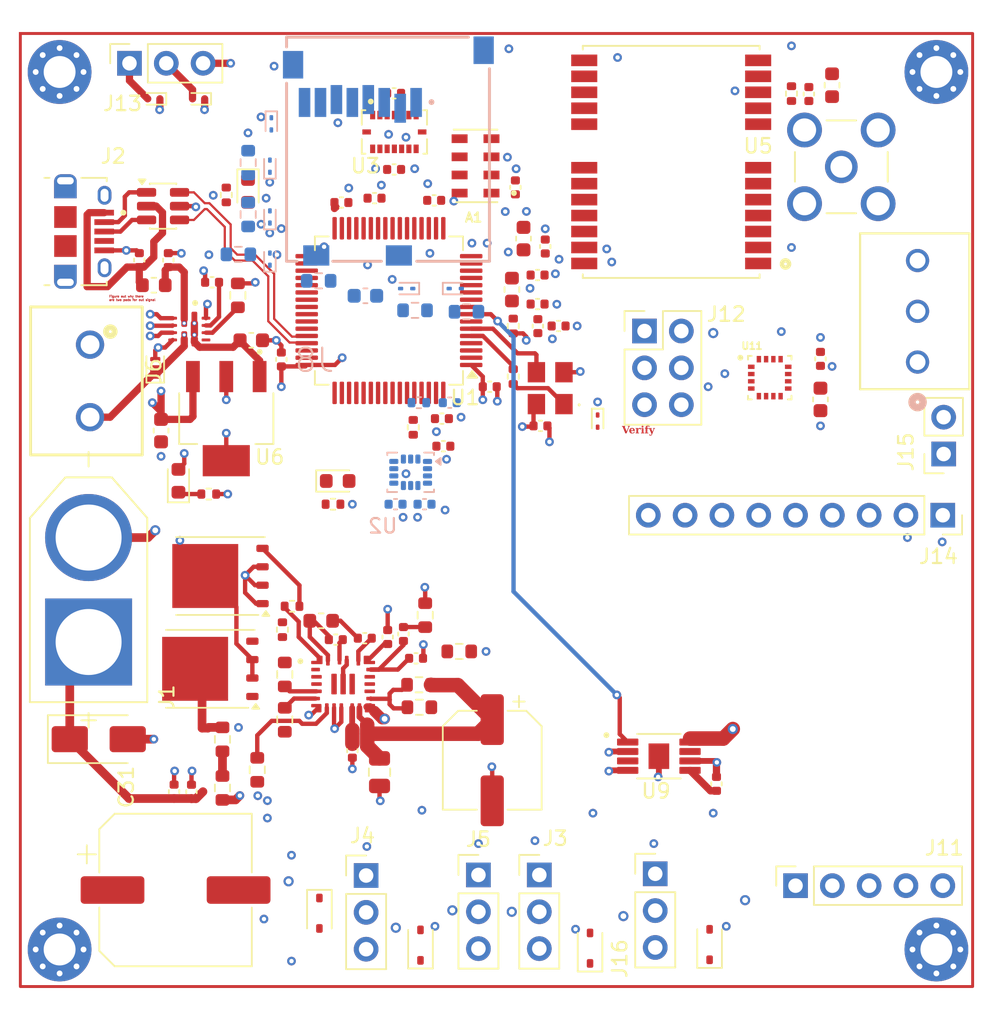
<source format=kicad_pcb>
(kicad_pcb (version 20241229) (generator "pcbnew") (generator_version "9.0")
  (layers (0 "F.Cu" signal) (4 "In1.Cu" power) (6 "In2.Cu" power) (2 "B.Cu" signal) (13 "F.Paste" user) (15 "B.Paste" user) (5 "F.SilkS" user "F.Silkscreen") (7 "B.SilkS" user "B.Silkscreen") (1 "F.Mask" user) (3 "B.Mask" user) (25 "Edge.Cuts" user))
  (net 0 "")
  (net 1 "/SPI2_MOSI")
  (net 2 "GND")
  (net 3 "/SPI2_MISO")
  (net 4 "/SPI2_SCK")
  (net 5 "/SPI2_CS")
  (net 6 "+3.3V")
  (net 8 "Net-(U1-VCAP_1)")
  (net 9 "Net-(C19-Pad1)")
  (net 10 "+VBUS")
  (net 11 "Net-(U10-SS)")
  (net 12 "Net-(C25-Pad2)")
  (net 13 "Net-(U7-COMP)")
  (net 14 "Net-(U7-VCC)")
  (net 15 "+8.2V")
  (net 16 "/VIN_7.4V")
  (net 17 "/SWR_BOOT1")
  (net 18 "Net-(U7-SW2)")
  (net 19 "/SWR_BOOT2")
  (net 20 "Net-(U9-DELAY)")
  (net 21 "Net-(U11-CAP)")
  (net 22 "/SDIO_D0")
  (net 23 "/SDIO_D1")
  (net 24 "/SDIO_D2")
  (net 25 "/SDIO_D3")
  (net 26 "/SDIO_CMD")
  (net 27 "/SDIO_CK")
  (net 28 "/PWM_TIM3_CH1")
  (net 29 "/Servo +8.2V")
  (net 30 "/PWM_TIM3_CH2")
  (net 31 "/PWM_TIM3_CH3")
  (net 32 "/PWM_TIM3_CH4")
  (net 33 "/PWR_LED_K")
  (net 34 "/GP_LED")
  (net 35 "/RX_LED")
  (net 36 "/USART1_RX")
  (net 37 "Net-(J2-D+)")
  (net 39 "Net-(J2-D-)")
  (net 40 "/GPIO_1")
  (net 41 "/GPIO_2")
  (net 42 "/SDIO_NCD")
  (net 43 "/RF_IN")
  (net 44 "/CAN2_TX")
  (net 45 "/CAN_INT")
  (net 46 "/CAN2_RX")
  (net 47 "/SYS_SWCLK")
  (net 48 "/SYS_SWDIO")
  (net 49 "/RADIO_D4")
  (net 50 "/RADIO_D0")
  (net 51 "/SPI1_CS_2")
  (net 52 "/RADIO_RST")
  (net 53 "/RADIO_D5")
  (net 54 "/SPI1_SCK")
  (net 55 "/SPI1_MOSI")
  (net 56 "/SPI1_MISO")
  (net 57 "Net-(Q1-G)")
  (net 58 "Net-(Q2-G)")
  (net 59 "/MCU_OSC_IN")
  (net 60 "/XTAL_IN")
  (net 61 "/I2C1_SDA")
  (net 62 "/I2C1_SCL")
  (net 63 "Net-(U10-ILIM)")
  (net 64 "Net-(U7-FSW)")
  (net 65 "Net-(U7-ILIM)")
  (net 66 "/SWR_FB")
  (net 67 "/SWR_EN")
  (net 68 "Net-(U7-DR1H)")
  (net 69 "Net-(U7-DR1L)")
  (net 70 "Net-(U7-~{CC})")
  (net 71 "Net-(U7-PG)")
  (net 72 "/GPIO_EXTI1")
  (net 73 "/GNSS_GPIO")
  (net 74 "/USB_D_N")
  (net 75 "/SPI2_CS_2")
  (net 76 "/SPI1_CS")
  (net 77 "/GPIO_EXTI3")
  (net 78 "/USB_D_P")
  (net 79 "/GPIO_EXTI0")
  (net 80 "/MCU_OSC_OUT")
  (net 81 "/GPIO_EXTI2")
  (net 82 "/SPI1_CS_3")
  (net 83 "/Servo_HS_Sw")
  (net 93 "Net-(U6-IN)")
  (net 117 "+VBUSF")
  (net 118 "/USART1_TX")
  (net 119 "/RX_LED_GP")
  (net 120 "/GP_LED_IO")
  (net 121 "/VCC_RF")
  (net 122 "/MCU_NRST")
  (net 123 "/MCU_BOOT0")
  (net 128 "+3.3VA")
  (net 129 "/Batt_out")
  (net 130 "/SWR_SW1")
  (net 134 "/RADIO_EN")
  (footprint "Capacitor_SMD:C_0402_1005Metric" (layer "F.Cu") (at 65.5 80.77 90)
    (property "Reference" "C23" (hide yes))
    (property "Value" "2u2")
  )
  (footprint "MountingHole:MountingHole_2.2mm_M2_Pad_Via" (layer "F.Cu") (at 118.5 67.8)
    (property "Reference" "MH4" (hide yes))
    (property "Value" "M2")
  )
  (footprint "Capacitor_SMD:C_0603_1608Metric" (layer "F.Cu") (at 65 92.525 -90)
    (property "Reference" "C40" (hide yes))
    (property "Value" "10u")
  )
  (footprint "Diode_SMD:D_SOD-323" (layer "F.Cu") (at 82.9 128 90)
    (property "Reference" "D12" (hide yes))
    (property "Value" "SD05_SOD323")
  )
  (footprint "Resistor_SMD:R_0402_1005Metric" (layer "F.Cu") (at 89.3 88.8 -90)
    (property "Reference" "R1" (hide yes))
    (property "Value" "1k")
  )
  (footprint "Resistor_SMD:R_0603_1608Metric" (layer "F.Cu") (at 82.825 111.6)
    (property "Reference" "R18" (hide yes))
    (property "Value" "16k")
  )
  (footprint "Connector_PinHeader_2.54mm:PinHeader_1x03_P2.54mm_Vertical" (layer "F.Cu") (at 86.9 123.16)
    (property "Reference" "J5")
    (property "Value" "Conn_01x03_Pin")
  )
  (footprint "Capacitor_SMD:C_0402_1005Metric" (layer "F.Cu") (at 81.725 106.55 90)
    (property "Reference" "C25" (hide yes))
    (property "Value" "2.2n")
  )
  (footprint "Connector_PinHeader_2.54mm:PinHeader_1x03_P2.54mm_Vertical" (layer "F.Cu") (at 79.15 123.2)
    (property "Reference" "J4")
    (property "Value" "Conn_01x03_Pin")
  )
  (footprint "Capacitor_SMD:C_0402_1005Metric" (layer "F.Cu") (at 80.6375 106.7575 90)
    (property "Reference" "C27" (hide yes))
    (property "Value" "4.7u")
  )
  (footprint "Resistor_SMD:R_0603_1608Metric" (layer "F.Cu") (at 73.5375 109.3375 90)
    (property "Reference" "R24" (hide yes))
    (property "Value" "102k")
  )
  (footprint "Package_TO_SOT_SMD:TDSON-8-1" (layer "F.Cu") (at 68.4 108.95 180)
    (property "Reference" "Q1" (hide yes))
    (property "Value" "CSD18504Q5A")
  )
  (footprint "Diode_SMD:D_SMA" (layer "F.Cu") (at 60.7 113.8)
    (property "Reference" "D11" (hide yes))
    (property "Value" "SMAJ9.0A")
  )
  (footprint "Resistor_SMD:R_0603_1608Metric" (layer "F.Cu") (at 73.5375 112.4625 -90)
    (property "Reference" "R23" (hide yes))
    (property "Value" "102k")
  )
  (footprint "imports:VREG_TL1963A-33DCYR" (layer "F.Cu") (at 69.5 91.7 -90)
    (property "Reference" "U6")
    (property "Value" "TL1963A-33DCYR")
  )
  (footprint "LED_SMD:LED_0603_1608Metric" (layer "F.Cu") (at 71 76 -90)
    (property "Reference" "D17" (hide yes))
    (property "Value" "Green")
  )
  (footprint "imports:TPS1H200" (layer "F.Cu") (at 99.35 114.975)
    (property "Reference" "U9")
    (property "Value" "TPS1H200AQDGNRQ1")
  )
  (footprint "Capacitor_SMD:C_0402_1005Metric" (layer "F.Cu") (at 79.73 76.5)
    (property "Reference" "C9" (hide yes))
    (property "Value" "4u7")
  )
  (footprint "Diode_SMD:D_SOD-923" (layer "F.Cu") (at 64.5 69.65 180)
    (property "Reference" "D21" (hide yes))
    (property "Value" "ESD9B3.3ST5G")
  )
  (footprint "Capacitor_SMD:C_0402_1005Metric" (layer "F.Cu") (at 91.51 79.8325 90)
    (property "Reference" "C18" (hide yes))
    (property "Value" "100n")
  )
  (footprint "Capacitor_SMD:C_0402_1005Metric" (layer "F.Cu") (at 89.45 75.755 90)
    (property "Reference" "C21" (hide yes))
    (property "Value" "100n")
  )
  (footprint "imports:XDCR_MS561101BA03-50" (layer "F.Cu") (at 86.7 74.275 180)
    (property "Reference" "A1")
    (property "Value" "MS561101BA03-50")
  )
  (footprint "Capacitor_SMD:C_0402_1005Metric" (layer "F.Cu") (at 91.18 92.2)
    (property "Reference" "C8" (hide yes))
    (property "Value" "100n")
  )
  (footprint "Resistor_SMD:R_0402_1005Metric" (layer "F.Cu") (at 76.865 97.6)
    (property "Reference" "R27" (hide yes))
    (property "Value" "1K")
  )
  (footprint "Inductor_SMD:L_0603_1608Metric" (layer "F.Cu") (at 76.05 105.6375)
    (property "Reference" "L2" (hide yes))
    (property "Value" "5.6u")
  )
  (footprint "Resistor_SMD:R_0402_1005Metric" (layer "F.Cu") (at 108.5 69.29 90)
    (property "Reference" "R6" (hide yes))
    (property "Value" "10")
  )
  (footprint "Capacitor_SMD:C_0402_1005Metric" (layer "F.Cu") (at 63.5 80.77 90)
    (property "Reference" "C22" (hide yes))
    (property "Value" "2u2")
  )
  (footprint "Capacitor_SMD:C_0402_1005Metric" (layer "F.Cu") (at 109.7 69.32 -90)
    (property "Reference" "C19" (hide yes))
    (property "Value" "10n")
  )
  (footprint "Capacitor_SMD:C_0402_1005Metric" (layer "F.Cu") (at 84.48 93.6)
    (property "Reference" "C7" (hide yes))
    (property "Value" "4u7")
  )
  (footprint "Inductor_SMD:L_0603_1608Metric" (layer "F.Cu") (at 64.5 82.5)
    (property "Reference" "FB1" (hide yes))
    (property "Value" "120R")
  )
  (footprint "Capacitor_SMD:C_0402_1005Metric" (layer "F.Cu") (at 82.595 108.225)
    (property "Reference" "C26" (hide yes))
    (property "Value" "15p")
  )
  (footprint "Diode_SMD:D_SOD-323" (layer "F.Cu") (at 94.6 128.21 90)
    (property "Reference" "D7" (hide yes))
    (property "Value" "SD05_SOD323")
  )
  (footprint "Resistor_SMD:R_0402_1005Metric" (layer "F.Cu") (at 82.4 92.3 -90)
    (property "Reference" "R2" (hide yes))
    (property "Value" "10k")
  )
  (footprint "Resistor_SMD:R_0402_1005Metric" (layer "F.Cu") (at 89.3 85.3125 -90)
    (property "Reference" "R3" (hide yes))
    (property "Value" "10k")
  )
  (footprint "Capacitor_SMD:C_0402_1005Metric" (layer "F.Cu") (at 110.5 87.58 -90)
    (property "Reference" "C37" (hide yes))
    (property "Value" "1u")
  )
  (footprint "Capacitor_SMD:C_0402_1005Metric" (layer "F.Cu") (at 87.68 89.5 180)
    (property "Reference" "C1" (hide yes))
    (property "Value" "100n")
  )
  (footprint "imports:BMI088" (layer "F.Cu") (at 81.1 71.935)
    (property "Reference" "U3")
    (property "Value" "BMI088")
  )
  (footprint "Capacitor_SMD:C_0402_1005Metric" (layer "F.Cu") (at 67.1 117.42 90)
    (property "Reference" "C33" (hide yes))
    (property "Value" "1u")
  )
  (footprint "Diode_SMD:D_SOD-323" (layer "F.Cu") (at 102.85 127.96 90)
    (property "Reference" "D23" (hide yes))
    (property "Value" "SD05_SOD323")
  )
  (footprint "Diode_SMD:D_SOD-323" (layer "F.Cu") (at 75.925 125.8 -90)
    (property "Reference" "D13" (hide yes))
    (property "Value" "SD05_SOD323")
  )
  (footprint "Capacitor_SMD:C_0402_1005Metric" (layer "F.Cu") (at 68.52 82.3 180)
    (property "Reference" "C24" (hide yes))
    (property "Value" "100n")
  )
  (footprint "MountingHole:MountingHole_2.2mm_M2_Pad_Via" (layer "F.Cu") (at 118.5 128.3)
    (property "Reference" "MH3" (hide yes))
    (property "Value" "M2")
  )
  (footprint "Connector_PinSocket_2.54mm:PinSocket_1x02_P2.54mm_Vertical" (layer "F.Cu") (at 119 94.14 180)
    (property "Reference" "J15")
    (property "Value" "GPIO")
  )
  (footprint "Capacitor_SMD:C_0402_1005Metric" (layer "F.Cu") (at 73.3 87.62 -90)
    (property "Reference" "C4" (hide yes))
    (property "Value" "100n")
  )
  (footprint "Diode_SMD:Nexperia_DSN1608-2_1.6x0.8mm" (layer "F.Cu") (at 64.6 88.2 90)
    (property "Reference" "D19" (hide yes))
    (property "Value" "TVS")
  )
  (footprint "MMC5983MA(1):PQFN50P300X300X100-16N" (layer "F.Cu") (at 107 88.875)
    (property "Reference" "U11")
    (property "Value" "MMC5983MA")
  )
  (footprint "Capacitor_SMD:CP_Elec_10x12.6" (layer "F.Cu") (at 66 124.2)
    (property "Reference" "C31")
    (property "Value" "68u")
  )
  (footprint "LED_SMD:LED_0603_1608Metric" (layer "F.Cu") (at 77.1875 96)
    (property "Reference" "D18" (hide yes))
    (property "Value" "Green")
  )
  (footprint "Capacitor_SMD:C_0805_2012Metric" (layer "F.Cu") (at 80.075 116.075 -90)
    (property "Reference" "C29" (hide yes))
    (property "Value" "22u")
  )
  (footprint "Package_TO_SOT_SMD:SOT-23-6" (layer "F.Cu") (at 65.1375 77.05)
    (property "Reference" "U8" (hide yes))
    (property "Value" "USBLC6-2SC6")
  )
  (footprint "Resistor_SMD:R_0603_1608Metric" (layer "F.Cu") (at 69.2375 113.8125 -90)
    (property "Reference" "R19" (hide yes))
    (property "Value" "383k")
  )
  (footprint "imports:IC_TPS2121RUXR" (layer "F.Cu") (at 66.95 85.525 -90)
    (property "Reference" "U10" (hide yes))
    (property "Value" "TPS2121RUXR")
  )
  (footprint "LED_SMD:LED_0603_1608Metric" (layer "F.Cu") (at 66.2 95.9875 90)
    (property "Reference" "D16" (hide yes))
    (property "Value" "RED")
  )
  (footprint "Resistor_SMD:R_0603_1608Metric" (layer "F.Cu") (at 71.6375 115.9125 -90)
    (property "Reference" "R14" (hide yes))
    (property "Value" "50k")
  )
  (footprint "imports:CONV_TPS552882QWRPMRQ1" (layer "F.Cu") (at 77.5625 110)
    (property "Reference" "U7" (hide yes))
    (property "Value" "TPS552882QWRPMRQ1")
  )
  (footprint "Capacitor_SMD:C_0402_1005Metric" (layer "F.Cu") (at 77.0575 106.9375 180)
    (property "Reference" "C34" (hide yes))
    (property "Value" "100n")
  )
  (footprint "Capacitor_SMD:C_0603_1608Metric" (layer "F.Cu") (at 90.01 79.2875 90)
    (property "Reference" "C17" (hide yes))
    (property "Value" "10u")
  )
  (footprint "Capacitor_SMD:C_0402_1005Metric" (layer "F.Cu") (at 81.08 69.27)
    (property "Reference" "C11" (hide yes))
    (property "Value" "100n")
  )
  (footprint "Resistor_SMD:R_0402_1005Metric" (layer "F.Cu") (at 73.375 106.25 -90)
    (property "Reference" "R21" (hide yes))
    (property "Value" "4.7")
  )
  (footprint "Capacitor_SMD:CP_Elec_6.3x5.9" (layer "F.Cu") (at 87.85 115.25 -90)
    (property "Reference" "C30" (hide yes))
    (property "Value" "120u")
  )
  (footprint "Capacitor_SMD:C_0402_1005Metric" (layer "F.Cu") (at 78.2 114.595 -90)
    (property "Reference" "C28" (hide yes))
    (property "Value" "1u")
  )
  (footprint "imports:AMASS_XT60-M" (layer "F.Cu") (at 60 103.5 90)
    (property "Reference" "J1")
    (property "Value" "XT60-M")
  )
  (footprint "Capacitor_SMD:C_0402_1005Metric" (layer "F.Cu") (at 90.98 83.8 180)
    (property "Reference" "C13" (hide yes))
    (property "Value" "1u")
  )
  (footprint "Resistor_SMD:R_0603_1608Metric" (layer "F.Cu") (at 85.575 107.75 180)
    (property "Reference" "R15" (hide yes))
    (property "Value" "30k")
  )
  (footprint "MountingHole:MountingHole_2.2mm_M2_Pad_Via" (layer "F.Cu") (at 58 67.8)
    (property "Reference" "MH1" (hide yes))
    (property "Value" "M2")
  )
  (footprint "Capacitor_SMD:C_0402_1005Metric" (layer "F.Cu") (at 91 85.3225 90)
    (property "Reference" "C10" (hide yes))
    (property "Value" "100n")
  )
  (footprint "imports:AMPHENOL_10118194-0001LF" (layer "F.Cu") (at 58.4 78.8 -90)
    (property "Reference" "J2")
    (property "Value" "10118194-0001LF")
  )
  (footprint "Capacitor_SMD:C_0402_1005Metric" (layer "F.Cu") (at 90.98 81.8 180)
    (property "Reference" "C39" (hide yes))
    (property "Value" "1u")
  )
  (footprint "Connector_PinHeader_2.54mm:PinHeader_1x03_P2.54mm_Vertical" (layer "F.Cu") (at 91.1 123.16)
    (property "Reference" "J3")
    (property "Value" "Conn_01x03_Pin")
  )
  (footprint "Package_TO_SOT_SMD:TDSON-8-1" (layer "F.Cu") (at 69.1 102.55 180)
    (property "Reference" "Q2" (hide yes))
    (property "Value" "CSD18504Q5A")
  )
  (footprint "Diode_SMD:D_SOD-923" (layer "F.Cu") (at 67.59 69.65 180)
    (property "Reference" "D22" (hide yes))
    (property "Value" "ESD9B3.3ST5G")
  )
  (footprint "Connector_PinHeader_2.54mm:PinHeader_1x03_P2.54mm_Vertical" (layer "F.Cu") (at 99.1 123.08)
    (property "Reference" "J16")
    (property "Value" "Conn_01x03_Pin")
  )
  (footprint "imports:QFN_3225_4pins" (layer "F.Cu") (at 91.85 89.6 90)
    (property "Reference" "Y1" (hide yes))
    (property "Value" "SIT8924BA-20.0" (hide yes))
  )
  (footprint "Connector_PinSocket_2.54mm:PinSocket_1x03_P2.54mm_Vertical" (layer "F.Cu") (at 62.82 67.2 90)
    (property "Reference" "J13")
    (property "Value" "USB_RX/TX")
  )
  (footprint "Capacitor_SMD:C_0603_1608Metric" (layer "F.Cu") (at 71.225 86.3)
    (property "Reference" "C6" (hide yes))
    (property "Value" "10u")
  )
  (footprint "Diode_SMD:D_SOD-923" (layer "F.Cu") (at 95.125 91.87 -90)
    (property "Reference" "D20" (hide yes))
    (property "Value" "ESD9B3.3ST5G")
  )
  (footprint "Capacitor_SMD:C_0402_1005Metric" (layer "F.Cu") (at 103.325 116.88 90)
    (property "Reference" "C36" (hide yes))
    (property "Value" "310n")
  )
  (footprint "Capacitor_SMD:C_0402_1005Metric" (layer "F.Cu") (at 92.43 85.3125 180)
    (property "Reference" "C14" (hide yes))
    (property "Value" "100n")
  )
  (footprint "MountingHole:MountingHole_2.2mm_M2_Pad_Via" (layer "F.Cu") (at 58 128.3)
    (property "Reference" "MH2" (hide yes))
    (property "Value" "M2")
  )
  (footprint "Resistor_SMD:R_0402_1005Metric" (layer "F.Cu") (at 69.5 76.2775 -90)
    (property "Reference" "R26" (hide yes))
    (property "Value" "1K")
  )
  (footprint "Resistor_SMD:R_0402_1005Metric" (layer "F.Cu") (at 68.29 96.9)
    (property "Reference" "R25" (hide yes))
    (property "Value" "1K")
  )
  (footprint "Capacitor_SMD:C_0402_1005Metric" (layer "F.Cu") (at 77.445 76.8 180)
    (property "Reference" "C3" (hide yes))
    (property "Value" "100n")
  )
  (footprint "Capacitor_SMD:C_0603_1608Metric" (layer "F.Cu") (at 110.5 90.375 -90)
    (property "Reference" "C38" (hide yes))
    (property "Value" "10u")
  )
  (footprint "imports:XCVR_NEO-M8N-0" (layer "F.Cu") (at 100.2 74 180)
    (property "Reference" "U5")
    (property "Value" "NEO-M8N-0")
  )
  (footprint "Inductor_SMD:L_0603_1608Metric" (layer "F.Cu") (at 89.21 82.8 -90)
    (property "Reference" "FB2" (hide yes))
    (property "Value" "120R")
  )
  (footprint "Capacitor_SMD:C_0402_1005Metric" (layer "F.Cu") (at 79.0575 106.8375)
    (property "Reference" "C35" (hide yes))
    (property "Value" "100n")
  )
  (footprint "imports:691137710002" (layer "F.Cu") (at 60.1 89.1 -90)
    (property "Reference" "J6")
    (property "Value" "Battery input")
  )
  (footprint "imports:SMA_CONN_TE_5-1814832-2" (layer "F.Cu") (at 111.94 74.34 90)
    (property "Reference" "J9" (hide yes))
    (property "Value" "5-1814832-2")
  )
  (footprint "Resistor_SMD:R_0402_1005Metric" (layer "F.Cu") (at 74.0375 104.6375 180)
    (property "Reference" "R22" (hide yes))
    (property "Value" "4.7")
  )
  (footprint "Resistor_SMD:R_0603_1608Metric" (layer "F.Cu") (at 82.8 110.05 180)
    (property "Reference" "R17" (hide yes))
    (property "Value" "100k")
  )
  (footprint "Connector_PinHeader_2.54mm:PinHeader_2x03_P2.54mm_Vertical" (layer "F.Cu") (at 98.36 85.66)
    (property "Reference" "J12")
    (property "Value" "Conn_02x03_Odd_Even")
  )
  (footprint "Capacitor_SMD:C_0402_1005Metric" (layer "F.Cu") (at 65.9 117.4125 90)
    (property "Reference" "C32" (hide yes))
    (property "Value" "4.7u")
  )
  (footprint "Connector_PinSocket_2.54mm:PinSocket_1x05_P2.54mm_Vertical" (layer "F.Cu") (at 108.78 123.9 90)
    (property "Reference" "J11")
    (property "Value" "Conn_01x05_Socket")
  )
  (footprint "Inductor_SMD:L_0603_1608Metric" (layer "F.Cu") (at 111.3 68.7125 90)
    (property "Reference" "L1" (hide yes))
    (property "Value" "27nH")
  )
  (footprint "Capacitor_SMD:C_0402_1005Metric" (layer "F.Cu") (at 81.08 74.52 180)
    (property "Reference" "C12" (hide yes))
    (property "Value" "100n")
  )
  (footprint "Connector_PinSocket_2.54mm:PinSocket_1x09_P2.54mm_Vertical" (layer "F.Cu") (at 118.94 98.36 -90)
    (property "Reference" "J14")
    (property "Value" "Conn_01x09_Socket")
  )
  (footprint "Resistor_SMD:R_0603_1608Metric" (layer "F.Cu") (at 69.2375 117.1625 -90)
    (property "Reference" "R20" (hide yes))
    (property "Value" "100k")
  )
  (footprint "Resistor_SMD:R_0603_1608Metric" (layer "F.Cu") (at 83.225 105.25 90)
    (property "Reference" "R16" (hide yes))
    (property "Value" "100k")
  )
  (footprint "Capacitor_SMD:C_0402_1005Metric" (layer "F.Cu") (at 84.38 91.7)
    (property "Reference" "C5" (hide yes))
    (property "Value" "100n")
  )
  (footprint "Package_QFP:LQFP-64_10x10mm_P0.5mm" (layer "F.Cu") (at 80.725 84.25 180)
    (property "Reference" "U1")
    (property "Value" "STM32F446RETx")
  )
  (footprint "Resistor_SMD:R_0603_1608Metric" (layer "F.Cu") (at 70.3 83.2 90)
    (property "Reference" "R13" (hide yes))
    (property "Value" "80k")
  )
  (footprint "Capacitor_SMD:C_0402_1005Metric" (layer "F.Cu") (at 83.845 76.65 180)
    (property "Reference" "C2" (hide yes))
    (property "Value" "100n")
  )
  (footprint "imports:CONN_SD-39357-001_03P_MOL" (layer "F.Cu") (at 117.2 87.8 90)
    (property "Reference" "J10" (hide yes))
    (property "Value" "Canbus")
  )
  (footprint "Capacitor_SMD:C_0402_1005Metric" (layer "B.Cu") (at 83.18 97.6 180)
    (property "Reference" "C15" (hide yes))
    (property "Value" "100n")
  )
  (footprint "Diode_SMD:D_SOD-923" (layer "B.Cu") (at 72.51 74.295 90)
    (property "Reference" "D2" (hide yes))
    (property "Value" "ESD9B3.3ST5G")
  )
  (footprint "Resistor_SMD:R_0402_1005Metric" (layer "B.Cu") (at 82.79 90.6)
    (property "Reference" "R5" (hide yes))
    (property "Value" "4k7")
  )
  (footprint "Diode_SMD:D_SOD-923" (layer "B.Cu") (at 72.51 80.705 90)
    (property "Reference" "D6" (hide yes))
    (property "Value" "ESD9B3.3ST5G")
  )
  (footprint "Capacitor_SMD:C_0402_1005Metric" (layer "B.Cu") (at 84.92 90.6 180)
    (property "Reference" "R4" (hide yes))
    (property "Value" "4k7")
  )
  (footprint "Resistor_SMD:R_0603_1608Metric" (layer "B.Cu") (at 71.01 77.625 -90)
    (property "Reference" "R10" (hide yes))
    (property "Value" "47k")
  )
  (footprint "imports:GCT_MEM2061-01-188-00-A_REVA" (layer "B.Cu") (at 80.66 73.125)
    (property "Reference" "J8")
    (property "Value" "MEM2061-01-188-00-A_REVA")
  )
  (footprint "Diode_SMD:D_SOD-923" (layer "B.Cu") (at 72.61 71.375 -90)
    (property "Reference" "D1" (hide yes))
    (property "Value" "ESD9B3.3ST5G")
  )
  (footprint "Diode_SMD:D_SOD-923" (layer "B.Cu") (at 81.95 82.732 180)
    (property "Reference" "D4" (hide yes))
    (property "Value" "ESD9B3.3ST5G")
  )
  (footprint "Resistor_SMD:R_0603_1608Metric" (layer "B.Cu") (at 71.01 74.05 -90)
    (property "Reference" "R7" (hide yes))
    (property "Value" "47k")
  )
  (footprint "Resistor_SMD:R_0603_1608Metric" (layer "B.Cu") (at 82.525 84.232)
    (property "Reference" "R9" (hide yes))
    (property "Value" "47k")
  )
  (footprint "Resistor_SMD:R_0603_1608Metric" (layer "B.Cu") (at 75.875 82.2 180)
    (property "Reference" "R12" (hide yes))
    (property "Value" "56k")
  )
  (footprint "Resistor_SMD:R_0603_1608Metric" (layer "B.Cu") (at 70.335 80.375)
    (property "Reference" "R11" (hide yes))
    (property "Value" "47k")
  )
  (footprint "Package_LGA:LGA-14_3x2.5mm_P0.5mm_LayoutBorder3x4y" (layer "B.Cu") (at 82.2225 95.4 180)
    (property "Reference" "U2")
    (property "Value" "LSM6DSL")
  )
  (footprint "Diode_SMD:D_SOD-923" (layer "B.Cu") (at 72.51 77.795 90)
    (property "Reference" "D5" (hide yes))
    (property "Value" "ESD9B3.3ST5G")
  )
  (footprint "Diode_SMD:D_SOD-923" (layer "B.Cu") (at 85.3 82.732)
    (property "Reference" "D3" (hide yes))
    (property "Value" "ESD9B3.3ST5G")
  )
  (footprint "Resistor_SMD:R_0603_1608Metric" (layer "B.Cu") (at 86.075 84.332 180)
    (property "Reference" "R8" (hide yes))
    (property "Value" "47k")
  )
  (footprint "Capacitor_SMD:C_0402_1005Metric" (layer "B.Cu") (at 81.18 97.6)
    (property "Reference" "C16" (hide yes))
    (property "Value" "100n")
  )
  (footprint "Capacitor_SMD:C_0603_1608Metric" (layer "B.Cu") (at 79.1 83.232)
    (property "Reference" "C20" (hide yes))
    (property "Value" "10u")
  )
  (gr_rect (start 55.29 65.145) (end 121 130.855) (stroke (width 0.2)) (fill no) (layer "F.Cu") (net 2))
  (gr_text "Verify" (at 96.8 92.8 0) (layer "F.Cu") (effects (font (size 0.5 0.5) (thickness 0.0625) (bold yes)) (justify left bottom)))
  (gr_text "Figure out why there \nare two pads for out signal\n" (at 61.4 83.6 0) (layer "F.Cu") (effects (font (size 0.15 0.15) (thickness 0.0375) (bold yes)) (justify left bottom)))
  (segment (start 64.7 84.5) (end 64.975 84.775) (width 0.3) (layer "F.Cu") (net 2))
  (segment (start 68.1 83.9) (end 68.2 83.8) (width 0.3) (layer "F.Cu") (net 2))
  (segment (start 64.975 84.775) (end 65.8 84.775) (width 0.3) (layer "F.Cu") (net 2))
  (segment (start 83.225 104.425) (end 83.225 103.35) (width 0.3) (layer "F.Cu") (net 2))
  (segment (start 70.3 82.375) (end 71.425 82.375) (width 0.3) (layer "F.Cu") (net 2))
  (segment (start 71.555 104.455) (end 70.8 103.7) (width 0.3) (layer "F.Cu") (net 2))
  (segment (start 76.9375 113.0375) (end 76.975 113.075) (width 0.3) (layer "F.Cu") (net 2))
  (segment (start 70.1375 117.9875) (end 70.4375 117.6875) (width 0.6) (layer "F.Cu") (net 2))
  (segment (start 91.8 92.34) (end 91.66 92.2) (width 0.3) (layer "F.Cu") (net 2))
  (segment (start 67.1 116.94) (end 67.1 116.03) (width 0.3) (layer "F.Cu") (net 2))
  (segment (start 78.2 115.075) (end 78.2 115.85) (width 0.3) (layer "F.Cu") (net 2))
  (segment (start 66.275 77.05) (end 67.35 77.05) (width 0.3) (layer "F.Cu") (net 2))
  (segment (start 66.39 80.29) (end 66.4 80.3) (width 0.3) (layer "F.Cu") (net 2))
  (segment (start 80.075 118) (end 80.125 118.05) (width 0.3) (layer "F.Cu") (net 2))
  (segment (start 71.385 101.915) (end 70.8 102.5) (width 0.3) (layer "F.Cu") (net 2))
  (segment (start 99.35 114.975) (end 99.35 116.35) (width 0.4) (layer "F.Cu") (net 2))
  (segment (start 62.6 80.1) (end 61.075 80.1) (width 0.3) (layer "F.Cu") (net 2))
  (segment (start 64.25 86) (end 64.8 86) (width 0.3) (layer "F.Cu") (net 2))
  (segment (start 68.04 82.3) (end 68.04 81.6) (width 0.3) (layer "F.Cu") (net 2))
  (segment (start 67.1 116.03) (end 67.1375 115.9925) (width 0.3) (layer "F.Cu") (net 2))
  (segment (start 67.35 77.05) (end 67.4 77.1) (width 0.3) (layer "F.Cu") (net 2))
  (segment (start 77.4375 112.6125) (end 76.975 113.075) (width 0.3) (layer "F.Cu") (net 2))
  (segment (start 68.01 69.65) (end 68.01 70.39) (width 0.5) (layer "F.Cu") (net 2))
  (segment (start 95.95 114.65) (end 95.9 114.7) (width 0.4) (layer "F.Cu") (net 2))
  (segment (start 64.6 87) (end 64.8 86.8) (width 0.3) (layer "F.Cu") (net 2))
  (segment (start 64.92 70.38) (end 64.9 70.4) (width 0.5) (layer "F.Cu") (net 2))
  (segment (start 88.2 89.54) (end 88.16 89.5) (width 0.3) (layer "F.Cu") (net 2))
  (segment (start 71.485 103.185) (end 70.8 102.5) (width 0.3) (layer "F.Cu") (net 2))
  (segment (start 72 101.915) (end 71.385 101.915) (width 0.3) (layer "F.Cu") (net 2))
  (segment (start 64.8 86.8) (end 65.275 86.8) (width 0.3) (layer "F.Cu") (net 2))
  (segment (start 68.1 84.775) (end 68.1 83.9) (width 0.3) (layer "F.Cu") (net 2))
  (segment (start 76.9375 111.6375) (end 76.9375 113.0375) (width 0.3) (layer "F.Cu") (net 2))
  (segment (start 65.275 86.8) (end 65.8 86.275) (width 0.3) (layer "F.Cu") (net 2))
  (segment (start 65.5 80.29) (end 66.39 80.29) (width 0.3) (layer "F.Cu") (net 2))
  (segment (start 67.9 67.2) (end 69.8 67.2) (width 0.5) (layer "F.Cu") (net 2))
  (segment (start 69.5 88.8) (end 69.5 90.4) (width 0.3) (layer "F.Cu") (net 2))
  (segment (start 97.2 114.65) (end 95.95 114.65) (width 0.4) (layer "F.Cu") (net 2))
  (segment (start 95.95 115.95) (end 95.9 116) (width 0.4) (layer "F.Cu") (net 2))
  (segment (start 64.92 69.65) (end 64.92 70.38) (width 0.5) (layer "F.Cu") (net 2))
  (segment (start 99.35 116.35) (end 99.3 116.4) (width 0.4) (layer "F.Cu") (net 2))
  (segment (start 75.35 112.1375) (end 75.9125 111.575) (width 0.3) (layer "F.Cu") (net 2))
  (segment (start 65.9 116.9325) (end 65.9 116.03) (width 0.3) (layer "F.Cu") (net 2))
  (segment (start 103.325 115.425) (end 103.35 115.4) (width 0.5) (layer "F.Cu") (net 2))
  (segment (start 64.6 87.6) (end 64.6 87) (width 0.3) (layer "F.Cu") (net 2))
  (segment (start 62.7 113.8) (end 64.5 113.8) (width 0.6) (layer "F.Cu") (net 2))
  (segment (start 72 104.455) (end 71.555 104.455) (width 0.3) (layer "F.Cu") (net 2))
  (segment (start 72 86.3) (end 72.95 86.3) (width 0.3) (layer "F.Cu") (net 2))
  (segment (start 75.1875 112.1375) (end 75.35 112.1375) (width 0.3) (layer "F.Cu") (net 2))
  (segment (start 92.8 88.5) (end 93.875 88.5) (width 0.3) (layer "F.Cu") (net 2))
  (segment (start 64.25 84.5) (end 64.7 84.5) (width 0.3) (layer "F.Cu") (net 2))
  (segment (start 69.5 94.6) (end 69.5 92.7) (width 0.3) (layer "F.Cu") (net 2))
  (segment (start 80.75 80.06) (end 80.71 80.1) (width 0.3) (layer "F.Cu") (net 2))
  (segment (start 83.1 108.2) (end 83.075 108.225) (width 0.3) (layer "F.Cu") (net 2))
  (segment (start 64.25 85.295997) (end 65.779003 85.295997) (width 0.3) (layer "F.Cu") (net 2))
  (segment (start 87.85 115.725) (end 87.825 115.7) (width 0.3) (layer "F.Cu") (net 2))
  (segment (start 101.5 115.3) (end 103.25 115.3) (width 0.4) (layer "F.Cu") (net 2))
  (segment (start 71.425 82.375) (end 71.5 82.3) (width 0.3) (layer "F.Cu") (net 2))
  (segment (start 68.04 81.6) (end 67.94 81.5) (width 0.3) (layer "F.Cu") (net 2))
  (segment (start 65.9 116.03) (end 65.9375 115.9925) (width 0.3) (layer "F.Cu") (net 2))
  (segment (start 83.225 103.35) (end 83.2 103.325) (width 0.3) (layer "F.Cu") (net 2))
  (segment (start 80.6375 104.8375) (end 80.6375 106.2775) (width 0.3) (layer "F.Cu") (net 2))
  (segment (start 63.31 80.1) (end 63.5 80.29) (width 0.3) (layer "F.Cu") (net 2))
  (segment (start 80.075 117.025) (end 80.075 118) (width 0.3) (layer "F.Cu") (net 2))
  (segment (start 62.6 80.1) (end 63.31 80.1) (width 0.3) (layer "F.Cu") (net 2))
  (segment (start 69.2375 117.9875) (end 70.1375 117.9875) (width 0.6) (layer "F.Cu") (net 2))
  (segment (start 65.779003 85.295997) (end 65.8 85.275) (width 0.3) (layer "F.Cu") (net 2))
  (segment (start 91.8 93.3) (end 91.8 92.34) (width 0.3) (layer "F.Cu") (net 2))
  (segment (start 83.1 107.275) (end 83.1 108.2) (width 0.3) (layer "F.Cu") (net 2))
  (segment (start 73.3 87.14) (end 73.3 86.65) (width 0.3) (layer "F.Cu") (net 2))
  (segment (start 65.025 85.775) (end 65.8 85.775) (width 0.3) (layer "F.Cu") (net 2))
  (segment (start 88.2 90.5) (end 88.2 89.54) (width 0.3) (layer "F.Cu") (net 2))
  (segment (start 97.2 115.95) (end 95.95 115.95) (width 0.4) (layer "F.Cu") (net 2))
  (segment (start 64.25 85.295997) (end 64.295997 85.25) (width 0.3) (layer "F.Cu") (net 2))
  (segment (start 87.85 118.05) (end 87.85 115.725) (width 0.3) (layer "F.Cu") (net 2))
  (segment (start 103.25 115.3) (end 103.35 115.4) (width 0.4) (layer "F.Cu") (net 2))
  (segment (start 72 103.185) (end 71.485 103.185) (width 0.3) (layer "F.Cu") (net 2))
  (segment (start 103.325 116.4) (end 103.325 115.425) (width 0.5) (layer "F.Cu") (net 2))
  (segment (start 68.01 70.39) (end 68 70.4) (width 0.5) (layer "F.Cu") (net 2))
  (segment (start 93.875 88.5) (end 93.925 88.45) (width 0.3) (layer "F.Cu") (net 2))
  (segment (start 68.8 96.9) (end 69.6 96.9) (width 0.3) (layer "F.Cu") (net 2))
  (segment (start 77.4375 111.6375) (end 77.4375 112.6125) (width 0.3) (layer "F.Cu") (net 2))
  (segment (start 73.3 86.65) (end 72.95 86.3) (width 0.3) (layer "F.Cu") (net 2))
  (segment (start 60 99.9) (end 64.1 99.9) (width 0.6) (layer "F.Cu") (net 2))
  (segment (start 70.8 103.7) (end 70.8 102.5) (width 0.3) (layer "F.Cu") (net 2))
  (segment (start 64.8 86) (end 65.025 85.775) (width 0.3) (layer "F.Cu") (net 2))
  (segment (start 64.1 99.9) (end 64.6 99.4) (width 0.6) (layer "F.Cu") (net 2))
  (via (at 89.5 74.475) (size 0.6) (drill 0.3) (layers "F.Cu" "B.Cu") (net 2))
  (via (at 65.9375 115.9925) (size 0.6) (drill 0.3) (layers "F.Cu" "B.Cu") (net 2))
  (via (at 64.6 99.4) (size 0.7) (drill 0.4) (layers "F.Cu" "B.Cu") (net 2))
  (via (at 62.6 80.1) (size 0.6) (drill 0.3) (layers "F.Cu" "B.Cu") (net 2))
  (via (at 68.6 76.3) (size 0.6) (drill 0.3) (layers "F.Cu" "B.Cu") (net 2))
  (via (at 95.9 114.7) (size 0.6) (drill 0.3) (layers "F.Cu" "B.Cu") (net 2))
  (via (at 91.8 93.3) (size 0.6) (drill 0.3) (layers "F.Cu" "B.Cu") (net 2))
  (via (at 104 126.7) (size 0.6) (drill 0.3) (layers "F.Cu" "B.Cu") (net 2))
  (via (at 92.31 83.8125) (size 0.6) (drill 0.3) (layers "F.Cu" "B.Cu") (net 2))
  (via (at 87.825 115.7) (size 0.6) (drill 0.3) (layers "F.Cu" "B.Cu") (net 2))
  (via (at 92 86.2) (size 0.6) (drill 0.3) (layers "F.Cu" "B.Cu") (net 2))
  (via (at 84 92.6) (size 0.6) (drill 0.3) (layers "F.Cu" "B.Cu") (net 2))
  (via (at 84.6 98) (size 0.6) (drill 0.3) (layers "F.Cu" "B.Cu") (net 2))
  (via (at 69.8 67.2) (size 0.6) (drill 0.3) (layers "F.Cu" "B.Cu") (net 2))
  (via (at 99.3 116.4) (size 0.6) (drill 0.3) (layers "F.Cu" "B.Cu") (net 2))
  (via (at 96.5 66.8) (size 0.6) (drill 0.3) (layers "F.Cu" "B.Cu") (net 2))
  (via (at 80.125 118.05) (size 0.6) (drill 0.3) (layers "F.Cu" "B.Cu") (net 2))
  (via (at 79.8 74.47) (size 0.6) (drill 0.3) (layers "F.Cu" "B.Cu") (net 2))
  (via (at 70.341933 112.991245) (size 0.6) (drill 0.3) (layers "F.Cu" "B.Cu") (net 2))
  (via (at 80.2 75.6) (size 0.6) (drill 0.3) (layers "F.Cu" "B.Cu") (net 2))
  (via (at 74 129.1) (size 0.6) (drill 0.3) (layers "F.Cu" "B.Cu") (net 2))
  (via (at 72.5 75.4) (size 0.6) (drill 0.3) (layers "F.Cu" "B.Cu") (net 2))
  (via (at 68.2 83.8) (size 0.6) (drill 0.3) (layers "F.Cu" "B.Cu") (net 2))
  (via (at 108.5 66) (size 0.6) (drill 0.3) (layers "F.Cu" "B.Cu") (net 2))
  (via (at 64.8 86.8) (size 0.6) (drill 0.3) (layers "F.Cu" "B.Cu") (net 2))
  (via (at 103.1 118.9) (size 0.6) (drill 0.3) (layers "F.Cu" "B.Cu") (net 2))
  (via (at 72.95 86.3) (size 0.6) (drill 0.3) (layers "F.Cu" "B.Cu") (net 2))
  (via (at 67.94 81.5) (size 0.6) (drill 0.3) (layers "F.Cu" "B.Cu") (net 2))
  (via (at 89 66.2) (size 0.6) (drill 0.3) (layers "F.Cu" "B.Cu") (net 2))
  (via (at 77.2 71.3) (size 0.6) (drill 0.3) (layers "F.Cu" "B.Cu") (net 2))
  (via (at 73.3 78.6) (size 0.6) (drill 0.3) (layers "F.Cu" "B.Cu") (net 2))
  (via (at 78.2 115.85) (size 0.6) (drill 0.3) (layers "F.Cu" "B.Cu") (net 2))
  (via (at 67.4 77.1) (size 0.6) (drill 0.3) (layers "F.Cu" "B.Cu") (net 2))
  (via (at 93.71 85.3125) (size 0.6) (drill 0.3) (layers "F.Cu" "B.Cu") (net 2))
  (via (at 79.25 81.1) (size 0.6) (drill 0.3) (layers "F.Cu" "B.Cu") (net 2))
  (via (at 81.9 95.5) (size 0.6) (drill 0.3) (layers "F.Cu" "B.Cu") (net 2))
  (via (at 64.5 113.8) (size 0.6) (drill 0.3) (layers "F.Cu" "B.Cu") (net 2))
  (via (at 77.95 75.8) (size 0.6) (drill 0.3) (layers "F.Cu" "B.Cu") (net 2))
  (via (at 86.9 121) (size 0.6) (drill 0.3) (layers "F.Cu" "B.Cu") (net 2))
  (via (at 83.55 80.3) (size 0.6) (drill 0.3) (layers "F.Cu" "B.Cu") (net 2))
  (via (at 93.925 88.45) (size 0.6) (drill 0.3) (layers "F.Cu" "B.Cu") (net 2))
  (via (at 88.2 90.5) (size 0.6) (drill 0.3) (layers "F.Cu" "B.Cu") (net 2))
  (via (at 78.2 97.6) (size 0.6) (drill 0.3) (layers "F.Cu" "B.Cu") (net 2))
  (via (at 76.975 113.075) (size 0.6) (drill 0.3) (layers "F.Cu" "B.Cu") (net 2))
  (via (at 83.9 126.7) (size 0.6) (drill 0.3) (layers "F.Cu" "B.Cu") (net 2))
  (via (at 71.675 117.7) (size 0.6) (drill 0.3) (layers "F.Cu" "B.Cu") (net 2))
  (via (at 71.9 78.3) (size 0.6) (drill 0.3) (layers "F.Cu" "B.Cu") (net 2))
  (via (at 84.7 94.5) (size 0.6) (drill 0.3) (layers "F.Cu" "B.Cu") (net 2))
  (via (at 69.5 90.4) (size 0.6) (drill 0.3) (layers "F.Cu" "B.Cu") (net 2))
  (via (at 83.1 107.275) (size 0.6) (drill 0.3) (layers "F.Cu" "B.Cu") (net 2))
  (via (at 81.7 98.5) (size 0.6) (drill 0.3) (layers "F.Cu" "B.Cu") (net 2))
  (via (at 69.6 96.9) (size 0.6) (drill 0.3) (layers "F.Cu" "B.Cu") (net 2))
  (via (at 96.1 80.9) (size 0.6) (drill 0.3) (layers "F.Cu" "B.Cu") (net 2))
  (via (at 93.6 126.9) (size 0.6) (drill 0.3) (layers "F.Cu" "B.Cu") (net 2))
  (via (at 90.8 120.8) (size 0.6) (drill 0.3) (layers "F.Cu" "B.Cu") (net 2))
  (via (at 82.7 98.5) (size 0.6) (drill 0.3) (layers "F.Cu" "B.Cu") (net 2))
  (via (at 99 121) (size 0.6) (drill 0.3) (layers "F.Cu" "B.Cu") (net 2))
  (via (at 64.9 70.4) (size 0.6) (drill 0.3) (layers "F.Cu" "B.Cu") (net 2))
  (via (at 66.3 100.1) (size 0.6) (drill 0.3) (layers "F.Cu" "B.Cu") (net 2))
  (via (at 71.9 70.9) (size 0.6) (drill 0.3) (layers "F.Cu" "B.Cu") (net 2))
  (via (at 116.5 99.9) (size 0.6) (drill 0.3) (layers "F.Cu" "B.Cu") (net 2))
  (via (at 111.3 88.1) (size 0.6) (drill 0.3) (layers "F.Cu" "B.Cu") (net 2))
  (via (at 66.4 80.3) (size 0.6) (drill 0.3) (layers "F.Cu" "B.Cu") (net 2))
  (via (at 72.3375 119.2375) (size 0.6) (drill 0.3) (layers "F.Cu" "B.Cu") (net 2))
  (via (at 80.6375 104.8375) (size 0.6) (drill 0.3) (layers "F.Cu" "B.Cu") (net 2))
  (via (at 102.75 89.5) (size 0.6) (drill 0.3) (layers "F.Cu" "B.Cu") (net 2))
  (via (at 85.2 76.7) (size 0.6) (drill 0.3) (layers "F.Cu" "B.Cu") (net 2))
  (via (at 110.5 92.2) (size 0.6) (drill 0.3) (layers "F.Cu" "B.Cu") (net 2))
  (via (at 68 70.4) (size 0.6) (drill 0.3) (layers "F.Cu" "B.Cu") (net 2))
  (via (at 64.25 85.295997) (size 0.6) (drill 0.3) (layers "F.Cu" "B.Cu") (net 2))
  (via (at 83 118.7) (size 0.6) (drill 0.3) (layers "F.Cu" "B.Cu") (net 2))
  (via (at 88.9 73.675) (size 0.6) (drill 0.3) (layers "F.Cu" "B.Cu") (net 2))
  (via (at 95.9 116) (size 0.6) (drill 0.3) (layers "F.Cu" "B.Cu") (net 2))
  (via (at 104.6 69.1) (size 0.6) (drill 0.3) (layers "F.Cu" "B.Cu") (net 2))
  (via (at 83.2 103.325) (size 0.6) (drill 0.3) (layers "F.Cu" "B.Cu") (net 2))
  (via (at 87.425 107.75) (size 0.6) (drill 0.3) (layers "F.Cu" "B.Cu") (net 2))
  (via (at 92.21 81.7125) (size 0.6) (drill 0.3) (layers "F.Cu" "B.Cu") (net 2))
  (via (at 70.4375 117.6875) (size 0.6) (drill 0.3) (layers "F.Cu" "B.Cu") (net 2))
  (via (at 72.5 78.9) (size 0.6) (drill 0.3) (layers "F.Cu" "B.Cu") (net 2))
  (via (at 70.8 102.5) (size 0.6) (drill 0.3) (layers "F.Cu" "B.Cu") (net 2))
  (via (at 71.5 82.3) (size 0.6) (drill 0.3) (layers "F.Cu" "B.Cu") (net 2))
  (via (at 64.25 86) (size 0.6) (drill 0.3) (layers "F.Cu" "B.Cu") (net 2))
  (via (at 72.1 126.2) (size 0.6) (drill 0.3) (layers "F.Cu" "B.Cu") (net 2))
  (via (at 80.7 72.1) (size 0.6) (drill 0.3) (layers "F.Cu" "B.Cu") (net 2))
  (via (at 103.35 115.4) (size 0.6) (drill 0.3) (layers "F.Cu" "B.Cu") (net 2))
  (via (at 90.21 77.4125) (size 0.6) (drill 0.3) (layers "F.Cu" "B.Cu") (net 2))
  (via (at 72.8 67.4) (size 0.6) (drill 0.3) (layers "F.Cu" "B.Cu") (net 2))
  (via (at 94.8 118.9) (size 0.6) (drill 0.3) (layers "F.Cu" "B.Cu") (net 2))
  (via (at 72.3375 118.0375) (size 0.6) (drill 0.3) (layers "F.Cu" "B.Cu") (net 2))
  (via (at 65 94.3) (size 0.6) (drill 0.3) (layers "F.Cu" "B.Cu") (net 2))
  (via (at 69.5 92.7) (size 0.6) (drill 0.3) (layers "F.Cu" "B.Cu") (net 2))
  (via (at 64.25 84.5) (size 0.6) (drill 0.3) (layers "F.Cu" "B.Cu") (net 2))
  (via (at 75.1875 112.1375) (size 0.6) (drill 0.3) (layers "F.Cu" "B.Cu") (net 2))
  (via (at 79.2 121.2) (size 0.6) (drill 0.3) (layers "F.Cu" "B.Cu") (net 2))
  (via (at 108.5 79.9) (size 0.6) (drill 0.3) (layers "F.Cu" "B.Cu") (net 2))
  (via (at 67.1375 115.9925) (size 0.6) (drill 0.3) (layers "F.Cu" "B.Cu") (net 2))
  (via (at 91.51 78.6125) (size 0.6) (drill 0.3) (layers "F.Cu" "B.Cu") (net 2))
  (via (at 74 121.8) (size 0.6) (drill 0.3) (layers "F.Cu" "B.Cu") (net 2))
  (via (at 95.125 90.55) (size 0.6) (drill 0.3) (layers "F.Cu" "B.Cu") (net 2))
  (segment (start 90.7 92.2) (end 90.7 90.9) (width 0.3) (layer "F.Cu") (net 6))
  (segment (start 76.965 76.8) (end 76.965 77.212364) (width 0.5) (layer "F.Cu") (net 6))
  (segment (start 65 91.2) (end 64.4 90.6) (width 0.5) (layer "F.Cu") (net 6))
  (segment (start 90.7 90.9) (end 90.9 90.7) (width 0.3) (layer "F.Cu") (net 6))
  (segment (start 89.972924 85.8225) (end 89.3 85.8225) (width 0.3) (layer "F.Cu") (net 6))
  (segment (start 74.95 88.1) (end 75.05 88) (width 0.3) (layer "F.Cu") (net 6))
  (segment (start 66.6 94.1) (end 66.6 94.8) (width 0.3) (layer "F.Cu") (net 6))
  (segment (start 67.2 88.8) (end 67.2 91.55) (width 0.5) (layer "F.Cu") (net 6))
  (segment (start 87.2 88.8) (end 86.4 88) (width 0.3) (layer "F.Cu") (net 6))
  (segment (start 73.3 89.5) (end 73.3 88.1) (width 0.3) (layer "F.Cu") (net 6))
  (segment (start 87.2 90.4) (end 87.2 89.5) (width 0.3) (layer "F.Cu") (net 6))
  (segment (start 73.3 88.1) (end 74.95 88.1) (width 0.3) (layer "F.Cu") (net 6))
  (segment (start 67 91.75) (end 65 91.75) (width 0.5) (layer "F.Cu") (net 6))
  (segment (start 67.2 91.55) (end 67 91.75) (width 0.5) (layer "F.Cu") (net 6))
  (segment (start 90.2 86.049576) (end 89.972924 85.8225) (width 0.3) (layer "F.Cu") (net 6))
  (segment (start 89.925 92.25) (end 90.65 92.25) (width 0.3) (layer "F.Cu") (net 6))
  (segment (start 65 91.75) (end 65 91.2) (width 0.5) (layer "F.Cu") (net 6))
  (segment (start 77 88) (end 77.5 87.5) (width 0.3) (layer "F.Cu") (net 6))
  (segment (start 90.65 92.25) (end 90.7 92.2) (width 0.3) (layer "F.Cu") (net 6))
  (segment (start 77.065 77.112364) (end 77.070613 77.117977) (width 0.5) (layer "F.Cu") (net 6))
  (segment (start 66.6 94.8) (end 66.2 95.2) (width 0.3) (layer "F.Cu") (net 6))
  (segment (start 87.2 89.5) (end 87.2 88.8) (width 0.3) (layer "F.Cu") (net 6))
  (segment (start 90.2 86.3) (end 90.2 86.049576) (width 0.3) (layer "F.Cu") (net 6))
  (segment (start 65 91.75) (end 65 89.8) (width 0.5) (layer "F.Cu") (net 6))
  (segment (start 75.05 88) (end 77 88) (width 0.3) (layer "F.Cu") (net 6))
  (via (at 65 89.8) (size 0.6) (drill 0.3) (layers "F.Cu" "B.Cu") (net 6))
  (via (at 71 72) (size 0.6) (drill 0.3) (layers "F.Cu" "B.Cu") (net 6))
  (via (at 107.8 85.7) (size 0.6) (drill 0.3) (layers "F.Cu" "B.Cu") (net 6))
  (via (at 83.4 75.5) (size 0.6) (drill 0.3) (layers "F.Cu" "B.Cu") (net 6))
  (via (at 66.6 94.1) (size 0.6) (drill 0.3) (layers "F.Cu" "B.Cu") (net 6))
  (via (at 68.3 80.4) (size 0.6) (drill 0.3) (layers "F.Cu" "B.Cu") (net 6))
  (via (at 81.9 72.3) (size 0.6) (drill 0.3) (layers "F.Cu" "B.Cu") (net 6))
  (via (at 103.9 88.6) (size 0.6) (drill 0.3) (layers "F.Cu" "B.Cu") (net 6))
  (via (at 72.25 76.5) (size 0.6) (drill 0.3) (layers "F.Cu" "B.Cu") (net 6))
  (via (at 76.25 79.85) (size 0.6) (drill 0.3) (layers "F.Cu" "B.Cu") (net 6))
  (via (at 103.1 85.8) (size 0.7) (drill 0.4) (layers "F.Cu" "B.Cu") (net 6))
  (via (at 118.9 100.2) (size 0.6) (drill 0.3) (layers "F.Cu" "B.Cu") (net 6))
  (via (at 90.46 82.7125) (size 0.6) (drill 0.3) (layers "F.Cu" "B.Cu") (net 6))
  (via (at 89.925 92.25) (size 0.6) (drill 0.3) (layers "F.Cu" "B.Cu") (net 6))
  (via (at 85.7 91.6) (size 0.6) (drill 0.3) (layers "F.Cu" "B.Cu") (net 6))
  (via (at 95.75 80) (size 0.6) (drill 0.3) (layers "F.Cu" "B.Cu") (net 6))
  (via (at 87.5 79.6) (size 0.6) (drill 0.3) (layers "F.Cu" "B.Cu") (net 6))
  (via (at 80.95 82.1) (size 0.6) (drill 0.3) (layers "F.Cu" "B.Cu") (net 6))
  (via (at 88.96 80.2125) (size 0.6) (drill 0.3) (layers "F.Cu" "B.Cu") (net 6))
  (via (at 77.5 87.5) (size 0.6) (drill 0.3) (layers "F.Cu" "B.Cu") (net 6))
  (via (at 90.2 86.3) (size 0.6) (drill 0.3) (layers "F.Cu" "B.Cu") (net 6))
  (via (at 110.5 86.1) (size 0.6) (drill 0.3) (layers "F.Cu" "B.Cu") (net 6))
  (via (at 73.3 89.5) (size 0.6) (drill 0.3) (layers "F.Cu" "B.Cu") (net 6))
  (via (at 92.46 80.7125) (size 0.6) (drill 0.3) (layers "F.Cu" "B.Cu") (net 6))
  (via (at 87.2 90.4) (size 0.6) (drill 0.3) (layers "F.Cu" "B.Cu") (net 6))
  (via (at 86.45 79.6) (size 0.6) (drill 0.3) (layers "F.Cu" "B.Cu") (net 6))
  (via (at 73 80.4) (size 0.6) (drill 0.3) (layers "F.Cu" "B.Cu") (net 6))
  (via (at 88.75 77.425) (size 0.6) (drill 0.3) (layers "F.Cu" "B.Cu") (net 6))
  (via (at 82.5 74.47) (size 0.6) (drill 0.3) (layers "F.Cu" "B.Cu") (net 6))
  (via (at 64.4 90.6) (size 0.6) (drill 0.3) (layers "F.Cu" "B.Cu") (net 6))
  (segment (start 65.1 78.9) (end 64.5 79.5) (width 0.5) (layer "F.Cu") (net 10))
  (segment (start 62.65 81.25) (end 63.5 81.25) (width 0.5) (layer "F.Cu") (net 10))
  (segment (start 63.809999 81.25) (end 63.5 81.25) (width 0.5) (layer "F.Cu") (net 10))
  (segment (start 65.1 77.487501) (end 65.1 78.9) (width 0.5) (layer "F.Cu") (net 10))
  (segment (start 63.5 82.2875) (end 63.7125 82.5) (width 0.5) (layer "F.Cu") (net 10))
  (segment (start 64.5 79.5) (end 64.5 80.559999) (width 0.5) (layer "F.Cu") (net 10))
  (segment (start 64 77.05) (end 64.662499 77.05) (width 0.5) (layer "F.Cu") (net 10))
  (segment (start 64.5 80.559999) (end 63.809999 81.25) (width 0.5) (layer "F.Cu") (net 10))
  (segment (start 64.662499 77.05) (end 65.1 77.487501) (width 0.5) (layer "F.Cu") (net 10))
  (segment (start 61.3 82.6) (end 62.65 81.25) (width 0.5) (layer "F.Cu") (net 10))
  (segment (start 61.075 77.5) (end 60.044 77.5) (width 0.5) (layer "F.Cu") (net 10))
  (segment (start 59.9 77.644) (end 59.9 82.6) (width 0.5) (layer "F.Cu") (net 10))
  (segment (start 60.044 77.5) (end 59.9 77.644) (width 0.5) (layer "F.Cu") (net 10))
  (segment (start 59.9 82.6) (end 61.3 82.6) (width 0.5) (layer "F.Cu") (net 10))
  (segment (start 63.5 81.25) (end 63.5 82.2875) (width 0.5) (layer "F.Cu") (net 10))
  (segment (start 68.409362 85.275) (end 69 84.684362) (width 0.3) (layer "F.Cu") (net 11))
  (segment (start 69 84.684362) (end 69 82.3) (width 0.3) (layer "F.Cu") (net 11))
  (segment (start 68.1 85.275) (end 68.409362 85.275) (width 0.3) (layer "F.Cu") (net 11))
  (segment (start 81.725 106.07) (end 83.22 106.07) (width 0.3) (layer "F.Cu") (net 12))
  (segment (start 83.22 106.07) (end 83.225 106.075) (width 0.3) (layer "F.Cu") (net 12))
  (segment (start 79.4625 109) (end 81.34 109) (width 0.3) (layer "F.Cu") (net 13))
  (segment (start 81.725 107.309999) (end 81.725 107.03) (width 0.3) (layer "F.Cu") (net 13))
  (segment (start 81.34 109) (end 82.115 108.225) (width 0.3) (layer "F.Cu") (net 13))
  (segment (start 79.4625 109) (end 80.034999 109) (width 0.3) (layer "F.Cu") (net 13))
  (segment (start 80.034999 109) (end 81.725 107.309999) (width 0.3) (layer "F.Cu") (net 13))
  (segment (start 80.4 107.2375) (end 79.2125 108.425) (width 0.3) (layer "F.Cu") (net 14))
  (segment (start 80.6375 107.2375) (end 80.4 107.2375) (width 0.3) (layer "F.Cu") (net 14))
  (segment (start 78.6875 111.6375) (end 78.6875 112.2625) (width 0.4) (layer "F.Cu") (net 15))
  (segment (start 79.2125 111.575) (end 79.425 111.575) (width 0.5) (layer "F.Cu") (net 15))
  (segment (start 78.1875 113.1375) (end 78.1875 111.6375) (width 0.4) (layer "F.Cu") (net 15))
  (segment (start 79.425 111.575) (end 79.725 111.875) (width 0.5) (layer "F.Cu") (net 15))
  (segment (start 86.875 113.425) (end 87.85 112.45) (width 1) (layer "F.Cu") (net 15))
  (segment (start 103.793 113.757) (end 101.5 113.757) (width 1) (layer "F.Cu") (net 15))
  (segment (start 78.2 114.115) (end 78.2 113.15) (width 1) (layer "F.Cu") (net 15))
  (segment (start 78.2 113.15) (end 78.1875 113.1375) (width 0.4) (layer "F.Cu") (net 15))
  (segment (start 79.225 114.275) (end 80.075 115.125) (width 1) (layer "F.Cu") (net 15))
  (segment (start 87.3375 112.9625) (end 87.85 112.45) (width 0.3) (layer "F.Cu") (net 15))
  (segment (start 79.725 111.875) (end 80.25 112.4) (width 0.75) (layer "F.Cu") (net 15))
  (segment (start 85.475 110.075) (end 83.65 110.075) (width 1) (layer "F.Cu") (net 15))
  (segment (start 78.6875 112.2625) (end 79.225 112.8) (width 0.4) (layer "F.Cu") (net 15))
  (segment (start 87.85 112.45) (end 85.475 110.075) (width 1) (layer "F.Cu") (net 15))
  (segment (start 83.65 110.075) (end 83.625 110.05) (width 1) (layer "F.Cu") (net 15))
  (segment (start 79.225 113.425) (end 79.225 114.275) (width 1) (layer "F.Cu") (net 15))
  (segment (start 79.225 112.8) (end 79.225 113.425) (width 1) (layer "F.Cu") (net 15))
  (segment (start 104.45 113.1) (end 103.793 113.757) (width 1) (layer "F.Cu") (net 15))
  (segment (start 80.25 112.4) (end 80.425 112.4) (width 0.75) (layer "F.Cu") (net 15))
  (segment (start 79.225 113.425) (end 86.875 113.425) (width 1) (layer "F.Cu") (net 15))
  (via (at 96.9 126) (size 0.7) (drill 0.4) (layers "F.Cu" "B.Cu") (net 15))
  (via (at 85.1 125.6) (size 0.7) (drill 0.4) (layers "F.Cu" "B.Cu") (net 15))
  (via (at 81.2 126.8) (size 0.7) (drill 0.4) (layers "F.Cu" "B.Cu") (net 15))
  (via (at 105.3 124.9) (size 0.7) (drill 0.4) (layers "F.Cu" "B.Cu") (net 15))
  (via (at 73.8 123.6) (size 0.7) (drill 0.4) (layers "F.Cu" "B.Cu") (net 15))
  (via (at 80.425 112.4) (size 0.7) (drill 0.4) (layers "F.Cu" "B.Cu") (net 15))
  (via (at 89.2 125.7) (size 0.7) (drill 0.4) (layers "F.Cu" "B.Cu") (net 15))
  (via (at 104.45 113.1) (size 0.7) (drill 0.4) (layers "F.Cu" "B.Cu") (net 15))
  (segment (start 67.409999 117.9) (end 67.8905 117.419499) (width 0.6) (layer "F.Cu") (net 16))
  (segment (start 58.7 113.8) (end 62.7925 117.8925) (width 0.6) (layer "F.Cu") (net 16))
  (segment (start 60 107.1) (end 58.7 108.4) (width 0.6) (layer "F.Cu") (net 16))
  (segment (start 67.828 109.428) (end 67.35 108.95) (width 0.6) (layer "F.Cu") (net 16))
  (segment (start 68.2375 113.0375) (end 68.2875 112.9875) (width 0.6) (layer "F.Cu") (net 16))
  (segment (start 58.7 108.4) (end 58.7 113.8) (width 0.6) (layer "F.Cu") (net 16))
  (segment (start 68.2875 112.9875) (end 69.2375 112.9875) (width 0.6) (layer "F.Cu") (net 16))
  (segment (start 67.0925 117.8925) (end 67.1 117.9) (width 0.6) (layer "F.Cu") (net 16))
  (segment (start 67.1 117.9) (end 67.409999 117.9) (width 0.6) (layer "F.Cu") (net 16))
  (segment (start 62.7925 117.8925) (end 65.9 117.8925) (width 0.6) (layer "F.Cu") (net 16))
  (segment (start 65.9 117.8925) (end 67.0925 117.8925) (width 0.6) (layer "F.Cu") (net 16))
  (segment (start 67.828 113.0375) (end 68.2375 113.0375) (width 0.6) (layer "F.Cu") (net 16))
  (segment (start 67.828 113.0375) (end 67.828 109.428) (width 0.6) (layer "F.Cu") (net 16))
  (segment (start 77.5375 106.9375) (end 77.3125 107.1625) (width 0.3) (layer "F.Cu") (net 17))
  (segment (start 77.3125 107.1625) (end 77.3125 108.35) (width 0.3) (layer "F.Cu") (net 17))
  (segment (start 77.5625 108.925604) (end 77.8125 108.675604) (width 0.3) (layer "F.Cu") (net 18))
  (segment (start 77.3775 105.6375) (end 78.5775 106.8375) (width 0.3) (layer "F.Cu") (net 18))
  (segment (start 77.8125 108.675604) (end 77.8125 108.35) (width 0.3) (layer "F.Cu") (net 18))
  (segment (start 76.8375 105.6375) (end 77.3775 105.6375) (width 0.3) (layer "F.Cu") (net 18))
  (segment (start 77.5625 110) (end 77.5625 108.925604) (width 0.3) (layer "F.Cu") (net 18))
  (segment (start 79.5375 106.8375) (end 79.517878 106.8375) (width 0.3) (layer "F.Cu") (net 19))
  (segment (start 79.517878 106.8375) (end 78.6125 107.742878) (width 0.3) (layer "F.Cu") (net 19))
  (segment (start 78.6125 107.742878) (end 78.6125 108.3875) (width 0.3) (layer "F.Cu") (net 19))
  (segment (start 102.91 117.36) (end 103.325 117.36) (width 0.5) (layer "F.Cu") (net 20))
  (segment (start 101.5 115.95) (end 102.91 117.36) (width 0.5) (layer "F.Cu") (net 20))
  (segment (start 66.325 96.9) (end 66.2 96.775) (width 0.3) (layer "F.Cu") (net 33))
  (segment (start 67.78 96.9) (end 66.325 96.9) (width 0.3) (layer "F.Cu") (net 33))
  (segment (start 67.17 69.01) (end 65.36 67.2) (width 0.5) (layer "F.Cu") (net 36))
  (segment (start 67.17 69.65) (end 67.17 69.01) (width 0.5) (layer "F.Cu") (net 36))
  (segment (start 61.075 78.8) (end 62.2 78.8) (width 0.3) (layer "F.Cu") (net 37))
  (segment (start 62.2 78.8) (end 63 78) (width 0.3) (layer "F.Cu") (net 37))
  (segment (start 63 78) (end 64 78) (width 0.3) (layer "F.Cu") (net 37))
  (segment (start 62.5 76.4) (end 62.8 76.1) (width 0.3) (layer "F.Cu") (net 39))
  (segment (start 61.075 78.15) (end 62.05 78.15) (width 0.3) (layer "F.Cu") (net 39))
  (segment (start 62.5 77.7) (end 62.5 76.4) (width 0.3) (layer "F.Cu") (net 39))
  (segment (start 62.05 78.15) (end 62.5 77.7) (width 0.3) (layer "F.Cu") (net 39))
  (segment (start 62.8 76.1) (end 64 76.1) (width 0.3) (layer "F.Cu") (net 39))
  (segment (start 72 100.645) (end 74.5475 103.1925) (width 0.3) (layer "F.Cu") (net 58))
  (segment (start 74.5475 103.1925) (end 74.5475 104.6375) (width 0.3) (layer "F.Cu") (net 58))
  (segment (start 86.4 86) (end 87.211652 86) (width 0.3) (layer "F.Cu") (net 59))
  (segment (start 89.3 88.088348) (end 89.3 88.29) (width 0.3) (layer "F.Cu") (net 59))
  (segment (start 87.211652 86) (end 89.3 88.088348) (width 0.3) (layer "F.Cu") (net 59))
  (segment (start 89.59 89.6) (end 91.7 89.6) (width 0.3) (layer "F.Cu") (net 60))
  (segment (start 89.3 89.31) (end 89.59 89.6) (width 0.3) (layer "F.Cu") (net 60))
  (segment (start 91.7 89.6) (end 92.8 90.7) (width 0.3) (layer "F.Cu") (net 60))
  (segment (start 70.3 84.025) (end 68.55 85.775) (width 0.3) (layer "F.Cu") (net 63))
  (segment (start 68.55 85.775) (end 68.1 85.775) (width 0.3) (layer "F.Cu") (net 63))
  (segment (start 72.6375 112.5375) (end 74.5375 112.5375) (width 0.3) (layer "F.Cu") (net 64))
  (segment (start 74.5375 112.5375) (end 74.7405 112.7405) (width 0.3) (layer "F.Cu") (net 64))
  (segment (start 76.4375 111.994722) (end 76.4375 111.6375) (width 0.3) (layer "F.Cu") (net 64))
  (segment (start 71.6375 115.0875) (end 71.6375 113.5375) (width 0.3) (layer "F.Cu") (net 64))
  (segment (start 75.691722 112.7405) (end 76.4375 111.994722) (width 0.3) (layer "F.Cu") (net 64))
  (segment (start 71.6375 113.5375) (end 72.6375 112.5375) (width 0.3) (layer "F.Cu") (net 64))
  (segment (start 74.7405 112.7405) (end 75.691722 112.7405) (width 0.3) (layer "F.Cu") (net 64))
  (segment (start 80.772 111.078) (end 80.772 110.653) (width 0.3) (layer "F.Cu") (net 66))
  (segment (start 81.025 110.4) (end 81.625 110.4) (width 0.3) (layer "F.Cu") (net 66))
  (segment (start 80.7095 111.0155) (end 80.772 111.078) (width 0.3) (layer "F.Cu") (net 66))
  (segment (start 81.625 110.4) (end 81.975 110.05) (width 0.3) (layer "F.Cu") (net 66))
  (segment (start 80.772 111.078) (end 80.772 111.397) (width 0.3) (layer "F.Cu") (net 66))
  (segment (start 80.772 111.397) (end 81.05 111.675) (width 0.3) (layer "F.Cu") (net 66))
  (segment (start 79.478 111.0155) (end 80.7095 111.0155) (width 0.3) (layer "F.Cu") (net 66))
  (segment (start 81.925 111.675) (end 82 111.6) (width 0.3) (layer "F.Cu") (net 66))
  (segment (start 79.4625 111) (end 79.478 111.0155) (width 0.3) (layer "F.Cu") (net 66))
  (segment (start 80.772 110.653) (end 81.025 110.4) (width 0.3) (layer "F.Cu") (net 66))
  (segment (start 81.05 111.675) (end 81.925 111.675) (width 0.3) (layer "F.Cu") (net 66))
  (segment (start 69.2375 116.3375) (end 69.2375 114.6375) (width 0.6) (layer "F.Cu") (net 67))
  (segment (start 73.5275 104.7275) (end 74.5 105.7) (width 0.3) (layer "F.Cu") (net 69))
  (segment (start 74.5 105.7) (end 74.5 106.759361) (width 0.3) (layer "F.Cu") (net 69))
  (segment (start 75.9125 108.171861) (end 75.9125 108.425) (width 0.3) (layer "F.Cu") (net 69))
  (segment (start 74.5 106.759361) (end 75.9125 108.171861) (width 0.3) (layer "F.Cu") (net 69))
  (segment (start 73.5275 104.6375) (end 73.5275 104.7275) (width 0.3) (layer "F.Cu") (net 69))
  (segment (start 74.175 111) (end 75.6625 111) (width 0.3) (layer "F.Cu") (net 70))
  (segment (start 73.5375 111.6375) (end 74.175 111) (width 0.3) (layer "F.Cu") (net 70))
  (segment (start 73.5375 110.1625) (end 73.875 110.5) (width 0.3) (layer "F.Cu") (net 71))
  (segment (start 73.875 110.5) (end 75.725 110.5) (width 0.3) (layer "F.Cu") (net 71))
  (segment (start 68.015551 76.8468) (end 68.334168 76.8468) (width 0.1524) (layer "F.Cu") (net 74))
  (segment (start 70.260164 80.3968) (end 71.484168 80.3968) (width 0.1524) (layer "F.Cu") (net 74))
  (segment (start 68.334168 76.8468) (end 69.8032 78.315832) (width 0.1524) (layer "F.Cu") (net 74))
  (segment (start 69.8032 78.315832) (end 69.8032 79.939836) (width 0.1524) (layer "F.Cu") (net 74))
  (segment (start 71.484168 80.3968) (end 72.8032 81.715832) (width 0.1524) (layer "F.Cu") (net 74))
  (segment (start 72.8032 84.815832) (end 74.034168 86.0468) (width 0.1524) (layer "F.Cu") (net 74))
  (segment (start 74.425 86) (end 75.05 86) (width 0.1524) (layer "F.Cu") (net 74))
  (segment (start 74.3782 86.0468) (end 74.425 86) (width 0.1524) (layer "F.Cu") (net 74))
  (segment (start 74.034168 86.0468) (end 74.3782 86.0468) (width 0.1524) (layer "F.Cu") (net 74))
  (segment (start 72.8032 81.715832) (end 72.8032 84.815832) (width 0.1524) (layer "F.Cu") (net 74))
  (segment (start 66.275 76.1) (end 67.268751 76.1) (width 0.1524) (layer "F.Cu") (net 74))
  (segment (start 67.268751 76.1) (end 68.015551 76.8468) (width 0.1524) (layer "F.Cu") (net 74))
  (segment (start 69.8032 79.939836) (end 70.260164 80.3968) (width 0.1524) (layer "F.Cu") (net 74))
  (segment (start 68.165832 77.2532) (end 69.3968 78.484168) (width 0.1524) (layer "F.Cu") (net 78))
  (segment (start 73.865832 86.4532) (end 74.3782 86.4532) (width 0.1524) (layer "F.Cu") (net 78))
  (segment (start 66.275 78) (end 67.268751 78) (width 0.1524) (layer "F.Cu") (net 78))
  (segment (start 69.3968 80.108172) (end 70.091828 80.8032) (width 0.1524) (layer "F.Cu") (net 78))
  (segment (start 71.315832 80.8032) (end 72.3968 81.884168) (width 0.1524) (layer "F.Cu") (net 78))
  (segment (start 68.015551 77.2532) (end 68.165832 77.2532) (width 0.1524) (layer "F.Cu") (net 78))
  (segment (start 67.268751 78) (end 68.015551 77.2532) (width 0.1524) (layer "F.Cu") (net 78))
  (segment (start 70.091828 80.8032) (end 71.315832 80.8032) (width 0.1524) (layer "F.Cu") (net 78))
  (segment (start 69.3968 78.484168) (end 69.3968 80.108172) (width 0.1524) (layer "F.Cu") (net 78))
  (segment (start 72.3968 81.884168) (end 72.3968 84.984168) (width 0.1524) (layer "F.Cu") (net 78))
  (segment (start 72.3968 84.984168) (end 73.865832 86.4532) (width 0.1524) (layer "F.Cu") (net 78))
  (segment (start 74.3782 86.4532) (end 74.425 86.5) (width 0.1524) (layer "F.Cu") (net 78))
  (segment (start 74.425 86.5) (end 75.05 86.5) (width 0.1524) (layer "F.Cu") (net 78))
  (segment (start 90.8 87.2) (end 90.9 87.3) (width 0.3) (layer "F.Cu") (net 80))
  (segment (start 86.4 85.5) (end 87.9 85.5) (width 0.3) (layer "F.Cu") (net 80))
  (segment (start 90.9 87.3) (end 90.9 88.5) (width 0.3) (layer "F.Cu") (net 80))
  (segment (start 89.6 87.2) (end 90.8 87.2) (width 0.3) (layer "F.Cu") (net 80))
  (segment (start 87.9 85.5) (end 89.6 87.2) (width 0.3) (layer "F.Cu") (net 80))
  (segment (start 87.75 84.5) (end 88.225 84.975) (width 0.3) (layer "F.Cu") (net 83))
  (segment (start 96.65 113.45) (end 97.2 114) (width 0.3) (layer "F.Cu") (net 83))
  (segment (start 96.45 110.75) (end 96.65 110.95) (width 0.3) (layer "F.Cu") (net 83))
  (segment (start 86.4 84.5) (end 87.75 84.5) (width 0.3) (layer "F.Cu") (net 83))
  (segment (start 96.65 110.95) (end 96.65 113.45) (width 0.3) (layer "F.Cu") (net 83))
  (via (at 96.45 110.75) (size 0.6) (drill 0.3) (layers "F.Cu" "B.Cu") (net 83))
  (via (at 88.225 84.975) (size 0.6) (drill 0.3) (layers "F.Cu" "B.Cu") (net 83))
  (segment (start 89.322 103.622) (end 96.45 110.75) (width 0.3) (layer "B.Cu") (net 83))
  (segment (start 89.322 86.072) (end 89.322 103.622) (width 0.3) (layer "B.Cu") (net 83))
  (segment (start 88.225 84.975) (end 89.322 86.072) (width 0.3) (layer "B.Cu") (net 83))
  (segment (start 70.45 86.3) (end 70.45 86.35) (width 0.5) (layer "F.Cu") (net 93))
  (segment (start 67.3 85.125) (end 67.3 85.925) (width 0.5) (layer "F.Cu") (net 93))
  (segment (start 69.972 86.778) (end 70.45 86.3) (width 0.5) (layer "F.Cu") (net 93))
  (segment (start 67.660976 86.778) (end 69.972 86.778) (width 0.5) (layer "F.Cu") (net 93))
  (segment (start 67.3 86.2) (end 67.3 86.417024) (width 0.5) (layer "F.Cu") (net 93))
  (segment (start 71.8 87.7) (end 71.8 88.8) (width 0.5) (layer "F.Cu") (net 93))
  (segment (start 67.3 86.417024) (end 67.660976 86.778) (width 0.5) (layer "F.Cu") (net 93))
  (segment (start 70.45 86.35) (end 71.8 87.7) (width 0.5) (layer "F.Cu") (net 93))
  (segment (start 65.5 81.25) (end 66.25 81.25) (width 0.5) (layer "F.Cu") (net 117))
  (segment (start 65.2875 81.4625) (end 65.5 81.25) (width 0.5) (layer "F.Cu") (net 117))
  (segment (start 65.2875 82.5) (end 65.2875 81.4625) (width 0.5) (layer "F.Cu") (net 117))
  (segment (start 66.6 81.6) (end 66.6 84.85) (width 0.5) (layer "F.Cu") (net 117))
  (segment (start 66.25 81.25) (end 66.6 81.6) (width 0.5) (layer "F.Cu") (net 117))
  (segment (start 62.82 68.39) (end 64.08 69.65) (width 0.5) (layer "F.Cu") (net 118))
  (segment (start 62.82 67.2) (end 62.82 68.39) (width 0.5) (layer "F.Cu") (net 118))
  (segment (start 64.6 88.485) (end 64.815 88.485) (width 0.5) (layer "F.Cu") (net 129))
  (segment (start 64.815 88.485) (end 66.6 86.7) (width 0.5) (layer "F.Cu") (net 129))
  (segment (start 61.485 91.6) (end 64.6 88.485) (width 0.5) (layer "F.Cu") (net 129))
  (segment (start 60.1 91.6) (end 61.485 91.6) (width 0.5) (layer "F.Cu") (net 129))
  (segment (start 66.6 86.7) (end 66.6 86.2) (width 0.5) (layer "F.Cu") (net 129))
  (segment (start 70.2 107.215) (end 70.2 104.7) (width 0.3) (layer "F.Cu") (net 130))
  (segment (start 71.3 109.585) (end 71.3 108.315) (width 0.3) (layer "F.Cu") (net 130))
  (segment (start 75.2625 106.755278) (end 75.2625 105.6375) (width 0.3) (layer "F.Cu") (net 130))
  (segment (start 76.5775 106.6775) (end 76.5775 106.9375) (width 0.3) (layer "F.Cu") (net 130))
  (segment (start 75.2625 105.6375) (end 75.5375 105.6375) (width 0.3) (layer "F.Cu") (net 130))
  (segment (start 71.3 108.315) (end 70.2 107.215) (width 0.3) (layer "F.Cu") (net 130))
  (segment (start 76.5125 108.3875) (end 76.5125 108.005278) (width 0.3) (layer "F.Cu") (net 130))
  (segment (start 70.2 104.7) (end 68.05 102.55) (width 0.3) (layer "F.Cu") (net 130))
  (segment (start 75.5375 105.6375) (end 76.5775 106.6775) (width 0.3) (layer "F.Cu") (net 130))
  (segment (start 76.5125 108.005278) (end 75.2625 106.755278) (width 0.3) (layer "F.Cu") (net 130))
)
</source>
